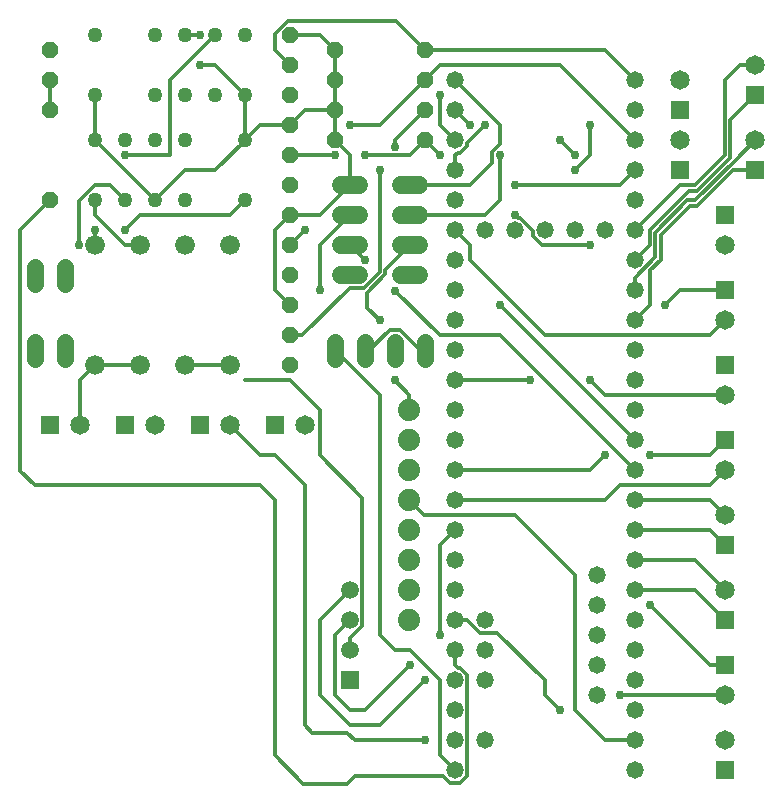
<source format=gbr>
G04 EAGLE Gerber RS-274X export*
G75*
%MOMM*%
%FSLAX34Y34*%
%LPD*%
%INTop Copper*%
%IPPOS*%
%AMOC8*
5,1,8,0,0,1.08239X$1,22.5*%
G01*
%ADD10C,1.422400*%
%ADD11C,1.270000*%
%ADD12C,1.676400*%
%ADD13P,1.429621X8X202.500000*%
%ADD14C,1.473200*%
%ADD15C,1.524000*%
%ADD16C,1.879600*%
%ADD17R,1.650000X1.650000*%
%ADD18C,1.650000*%
%ADD19P,1.429621X8X112.500000*%
%ADD20R,1.508000X1.508000*%
%ADD21C,1.508000*%
%ADD22P,1.429621X8X292.500000*%
%ADD23C,0.304800*%
%ADD24C,0.756400*%
%ADD25C,0.304800*%


D10*
X63500Y348488D02*
X63500Y362712D01*
X88900Y362712D02*
X88900Y348488D01*
X-241300Y411988D02*
X-241300Y426212D01*
X-215900Y426212D02*
X-215900Y411988D01*
D11*
X-190754Y571500D03*
X-139954Y571500D03*
X-114554Y571500D03*
X-89154Y571500D03*
X-63754Y571500D03*
X-63754Y622300D03*
X-89154Y622300D03*
X-114554Y622300D03*
X-139954Y622300D03*
X-190754Y622300D03*
D12*
X-114300Y444500D03*
X-114300Y342900D03*
X-76200Y444500D03*
X-76200Y342900D03*
X-190500Y444500D03*
X-190500Y342900D03*
X-152400Y444500D03*
X-152400Y342900D03*
D10*
X-241300Y348488D02*
X-241300Y362712D01*
X-215900Y362712D02*
X-215900Y348488D01*
D11*
X-62992Y533400D03*
X-113792Y533400D03*
X-139192Y533400D03*
X-164592Y533400D03*
X-189992Y533400D03*
X-189992Y482600D03*
X-164592Y482600D03*
X-139192Y482600D03*
X-113792Y482600D03*
X-62992Y482600D03*
D13*
X88900Y584200D03*
X12700Y584200D03*
X88900Y609600D03*
X12700Y609600D03*
X88900Y533400D03*
X12700Y533400D03*
X88900Y558800D03*
X12700Y558800D03*
D10*
X12700Y362712D02*
X12700Y348488D01*
X38100Y348488D02*
X38100Y362712D01*
D14*
X266700Y50800D03*
X266700Y76200D03*
X266700Y101600D03*
X266700Y127000D03*
X266700Y152400D03*
X266700Y177800D03*
X266700Y203200D03*
X266700Y228600D03*
X266700Y254000D03*
X266700Y279400D03*
X266700Y304800D03*
X266700Y330200D03*
X114300Y330200D03*
X114300Y304800D03*
X114300Y279400D03*
X114300Y254000D03*
X114300Y228600D03*
X114300Y203200D03*
X114300Y177800D03*
X114300Y152400D03*
X114300Y127000D03*
X114300Y101600D03*
X114300Y76200D03*
X266700Y25400D03*
X114300Y50800D03*
X114300Y25400D03*
X266700Y0D03*
X114300Y0D03*
X266700Y355600D03*
X114300Y355600D03*
X266700Y381000D03*
X266700Y406400D03*
X266700Y431800D03*
X266700Y457200D03*
X266700Y482600D03*
X266700Y508000D03*
X266700Y533400D03*
X266700Y558800D03*
X266700Y584200D03*
X114300Y584200D03*
X114300Y558800D03*
X114300Y533400D03*
X114300Y508000D03*
X114300Y482600D03*
X114300Y457200D03*
X114300Y431800D03*
X114300Y406400D03*
X114300Y381000D03*
X241300Y457200D03*
X190500Y457200D03*
X165100Y457200D03*
X215900Y457200D03*
X139700Y457200D03*
X139700Y25400D03*
X139700Y76200D03*
X139700Y101600D03*
X139700Y127000D03*
X234950Y63500D03*
X234950Y88900D03*
X234950Y114300D03*
X234950Y139700D03*
X234950Y165100D03*
D15*
X33020Y495300D02*
X17780Y495300D01*
X17780Y469900D02*
X33020Y469900D01*
X33020Y444500D02*
X17780Y444500D01*
X17780Y419100D02*
X33020Y419100D01*
X68580Y495300D02*
X83820Y495300D01*
X83820Y469900D02*
X68580Y469900D01*
X68580Y444500D02*
X83820Y444500D01*
X83820Y419100D02*
X68580Y419100D01*
D16*
X75819Y304800D03*
X75819Y279400D03*
X75819Y254000D03*
X75819Y228600D03*
X75819Y203200D03*
X75819Y177800D03*
X75819Y152400D03*
X75819Y127000D03*
D17*
X-228600Y292100D03*
D18*
X-203200Y292100D03*
D17*
X-101600Y292100D03*
D18*
X-76200Y292100D03*
D17*
X-38100Y292100D03*
D18*
X-12700Y292100D03*
D17*
X-165100Y292100D03*
D18*
X-139700Y292100D03*
D19*
X-25400Y546100D03*
X-25400Y495300D03*
X-25400Y520700D03*
X-25400Y469900D03*
X-25400Y419100D03*
X-25400Y444500D03*
X-25400Y393700D03*
X-25400Y342900D03*
X-25400Y368300D03*
X-25400Y622300D03*
X-25400Y571500D03*
X-25400Y596900D03*
D20*
X25400Y76200D03*
D21*
X25400Y101600D03*
X25400Y127000D03*
X25400Y152400D03*
D19*
X-228600Y584200D03*
X-228600Y609600D03*
D22*
X-228600Y558800D03*
X-228600Y482600D03*
D17*
X304800Y508000D03*
D18*
X304800Y533400D03*
D17*
X304800Y558800D03*
D18*
X304800Y584200D03*
D17*
X342900Y0D03*
D18*
X342900Y25400D03*
D17*
X342900Y342900D03*
D18*
X342900Y317500D03*
D17*
X342900Y279400D03*
D18*
X342900Y254000D03*
D17*
X342900Y88900D03*
D18*
X342900Y63500D03*
D17*
X342900Y190500D03*
D18*
X342900Y215900D03*
D17*
X342900Y127000D03*
D18*
X342900Y152400D03*
D17*
X368300Y508000D03*
D18*
X368300Y533400D03*
D17*
X368300Y571500D03*
D18*
X368300Y596900D03*
D17*
X342900Y469900D03*
D18*
X342900Y444500D03*
D17*
X342900Y406400D03*
D18*
X342900Y381000D03*
D23*
X55372Y419899D02*
X55372Y423672D01*
X55372Y419899D02*
X39986Y404514D01*
X55372Y423672D02*
X76200Y444500D01*
X39986Y404514D02*
X39986Y391814D01*
X50800Y381000D01*
D24*
X50800Y381000D03*
X63500Y330200D03*
D23*
X75819Y317881D01*
X75819Y304800D01*
D24*
X-89154Y622300D03*
D23*
X-127000Y584454D01*
X-127000Y520700D01*
X-165100Y520700D01*
D24*
X-165100Y520700D03*
D23*
X-190500Y457200D02*
X-190500Y444500D01*
D24*
X-190500Y457200D03*
X-165100Y457200D03*
D23*
X-75692Y469900D02*
X-62992Y482600D01*
X-152400Y469900D02*
X-165100Y457200D01*
X-152400Y469900D02*
X-75692Y469900D01*
X-152400Y444500D02*
X-164592Y444500D01*
X-189992Y469900D01*
X-189992Y482600D01*
D24*
X-204188Y444500D03*
D23*
X-193885Y491998D02*
X-193802Y491998D01*
X-190500Y495300D01*
X-177292Y495300D01*
X-164592Y482600D01*
X-193885Y491998D02*
X-204188Y481695D01*
X-204188Y444500D01*
X-25400Y622300D02*
X0Y622300D01*
X12700Y609600D01*
X12700Y584200D01*
X12700Y558800D01*
X12700Y533400D01*
X-12700Y558800D02*
X-25400Y546100D01*
X-12700Y558800D02*
X12700Y558800D01*
X12700Y533400D02*
X25400Y520700D01*
X25400Y495300D01*
X0Y469900D01*
X-25400Y469900D01*
X-38100Y457200D01*
X-38100Y406400D01*
X-25400Y393700D01*
X25400Y112026D02*
X25400Y101600D01*
X25400Y112026D02*
X35988Y122614D01*
X35988Y230712D01*
X0Y266700D02*
X0Y304800D01*
X-25400Y330200D01*
X-63500Y330200D01*
X0Y266700D02*
X35988Y230712D01*
X-101600Y622300D02*
X-114554Y622300D01*
D24*
X-101600Y622300D03*
X-101600Y596900D03*
D23*
X-89154Y596900D01*
X-63754Y571500D01*
X-76200Y342900D02*
X-114300Y342900D01*
X-139192Y482600D02*
X-113792Y508000D01*
X-88392Y508000D02*
X-63246Y533146D01*
X-62992Y533400D01*
X-88392Y508000D02*
X-113792Y508000D01*
X-139192Y482600D02*
X-189992Y533400D01*
X-189992Y570738D01*
X-190500Y342900D02*
X-152400Y342900D01*
X-63246Y570992D02*
X-63754Y571500D01*
X-63246Y570992D02*
X-63246Y533146D01*
X-62992Y533400D02*
X-50292Y546100D01*
X-25400Y546100D01*
X-203200Y330200D02*
X-203200Y292100D01*
X-203200Y330200D02*
X-190500Y342900D01*
X59292Y372872D02*
X67708Y372872D01*
X42020Y355600D02*
X38100Y355600D01*
X84980Y355600D02*
X88900Y355600D01*
X59292Y372872D02*
X42020Y355600D01*
X67708Y372872D02*
X84980Y355600D01*
X12700Y520700D02*
X-25400Y520700D01*
D24*
X12700Y520700D03*
X38100Y520700D03*
D23*
X76200Y520700D01*
X88900Y533400D01*
X101600Y520700D01*
D24*
X101600Y520700D03*
X165100Y495300D03*
D23*
X254000Y495300D01*
X266700Y508000D01*
X101600Y596900D02*
X88900Y584200D01*
X203200Y596900D02*
X266700Y533400D01*
X203200Y596900D02*
X101600Y596900D01*
X88900Y584200D02*
X50800Y546100D01*
X25400Y546100D01*
D24*
X25400Y546100D03*
X-12700Y457200D03*
D23*
X-25400Y444500D01*
X63500Y533400D02*
X88900Y558800D01*
X63500Y533400D02*
X63500Y527530D01*
D24*
X63500Y527530D03*
X50800Y508000D03*
D23*
X37439Y408432D02*
X25400Y408432D01*
X37439Y408432D02*
X50800Y421793D01*
X50800Y508000D01*
X25400Y408432D02*
X-14732Y368300D01*
X-25400Y368300D01*
X-25400Y596900D02*
X-38100Y609600D01*
X-38100Y623250D02*
X-26958Y634392D01*
X64108Y634392D02*
X88900Y609600D01*
X-38100Y609600D02*
X-38100Y623250D01*
X-26958Y634392D02*
X64108Y634392D01*
X88900Y609600D02*
X241300Y609600D01*
X266700Y584200D01*
X114300Y101600D02*
X114300Y88900D01*
X118614Y86614D02*
X124714Y80514D01*
X124714Y-4314D02*
X118614Y-10414D01*
X109986Y-10414D01*
X116586Y86614D02*
X114300Y88900D01*
X116586Y86614D02*
X118614Y86614D01*
X104110Y-4538D02*
X109986Y-10414D01*
X104110Y-4538D02*
X29938Y-4538D01*
X124714Y-4314D02*
X124714Y80514D01*
X29938Y-4538D02*
X23588Y-10888D01*
X-253492Y457708D02*
X-228600Y482600D01*
X23588Y-10888D02*
X22952Y-11524D01*
X-13876Y-11524D01*
X-38100Y12700D01*
X-38100Y228600D01*
X-50800Y241300D01*
X-241300Y241300D02*
X-253492Y253492D01*
X-241300Y241300D02*
X-50800Y241300D01*
X-253492Y253492D02*
X-253492Y457708D01*
X25400Y444500D02*
X25626Y444500D01*
X38100Y432026D01*
D24*
X38100Y432026D03*
X63500Y406174D03*
D23*
X101374Y368300D01*
X152400Y368300D02*
X266700Y254000D01*
X152400Y368300D02*
X101374Y368300D01*
X0Y444500D02*
X25400Y469900D01*
X0Y444500D02*
X0Y406400D01*
D24*
X0Y406400D03*
X152400Y393700D03*
D23*
X266700Y279400D01*
X127000Y546100D02*
X114300Y558800D01*
D24*
X127000Y546100D03*
X152400Y520700D03*
D23*
X152400Y482600D01*
X139700Y469900D01*
X76200Y469900D01*
X76200Y495300D02*
X127000Y495300D01*
X145570Y513870D01*
X152400Y530359D02*
X152400Y546100D01*
X145570Y523529D02*
X145570Y513870D01*
X145570Y523529D02*
X152400Y530359D01*
X152400Y546100D02*
X114300Y584200D01*
X75819Y228600D02*
X88519Y215900D01*
X165100Y215900D02*
X215900Y165100D01*
X215900Y50800D01*
X241300Y25400D01*
X266700Y25400D01*
X165100Y215900D02*
X88519Y215900D01*
X38100Y330200D02*
X12700Y355600D01*
X38100Y330200D02*
X50800Y317500D01*
X50800Y114300D01*
X63500Y101600D01*
X76200Y101600D01*
X101600Y76200D02*
X101600Y12700D01*
X114300Y0D01*
X101600Y76200D02*
X76200Y101600D01*
D25*
X38100Y330200D03*
D24*
X228600Y546100D03*
D23*
X228600Y520700D01*
X215900Y508000D01*
D24*
X215900Y508000D03*
D23*
X25400Y127000D02*
X12700Y114300D01*
X12700Y63500D01*
X25400Y50800D01*
X38100Y50800D01*
X76200Y88900D01*
D24*
X76200Y88900D03*
D23*
X25400Y152400D02*
X0Y127000D01*
X0Y63500D01*
X25400Y38100D01*
X50800Y38100D02*
X88900Y76200D01*
D24*
X88900Y76200D03*
X101600Y114300D03*
D23*
X101600Y190500D01*
X114300Y203200D01*
X50800Y38100D02*
X25400Y38100D01*
X-50800Y266700D02*
X-76200Y292100D01*
X-50800Y266700D02*
X-38100Y266700D01*
X-12700Y241300D01*
X-12700Y38100D01*
D24*
X88900Y25400D03*
D23*
X29396Y25400D02*
X22952Y31844D01*
X29396Y25400D02*
X88900Y25400D01*
X-6444Y31844D02*
X-12700Y38100D01*
X-6444Y31844D02*
X22952Y31844D01*
X-228600Y558800D02*
X-228600Y584200D01*
X114300Y330200D02*
X177800Y330200D01*
D24*
X177800Y330200D03*
X228600Y330200D03*
D23*
X241300Y317500D01*
X342900Y317500D01*
X241300Y228600D02*
X114300Y228600D01*
X241300Y228600D02*
X254000Y241300D01*
X330200Y241300D01*
X342900Y254000D01*
X228600Y254000D02*
X114300Y254000D01*
X228600Y254000D02*
X241300Y266700D01*
D24*
X241300Y266700D03*
X279400Y266700D03*
D23*
X330200Y266700D01*
X342900Y279400D01*
X124972Y127000D02*
X114300Y127000D01*
X150114Y116586D02*
X190500Y76200D01*
X135386Y116586D02*
X124972Y127000D01*
X135386Y116586D02*
X150114Y116586D01*
X190500Y76200D02*
X190500Y63500D01*
X203200Y50800D01*
D24*
X203200Y50800D03*
X254000Y63500D03*
D23*
X342900Y63500D01*
D24*
X279400Y139700D03*
D23*
X330200Y88900D01*
X342900Y88900D01*
X330200Y228600D02*
X266700Y228600D01*
X330200Y228600D02*
X342900Y215900D01*
X330200Y203200D02*
X266700Y203200D01*
X330200Y203200D02*
X342900Y190500D01*
X317500Y177800D02*
X266700Y177800D01*
X317500Y177800D02*
X342900Y152400D01*
X317500Y152400D02*
X266700Y152400D01*
X317500Y152400D02*
X342900Y127000D01*
X266700Y381000D02*
X279400Y393700D01*
X279400Y423307D02*
X288544Y432451D01*
X288544Y453412D01*
X313160Y478028D02*
X319625Y478028D01*
X349597Y508000D02*
X368300Y508000D01*
X349597Y508000D02*
X319625Y478028D01*
X279400Y423307D02*
X279400Y393700D01*
X288544Y453412D02*
X313160Y478028D01*
X352044Y516912D02*
X352044Y517144D01*
X352044Y516912D02*
X317732Y482600D01*
X311266Y482600D01*
X266700Y417072D02*
X266700Y406400D01*
X283972Y434344D02*
X283972Y455306D01*
X283972Y434344D02*
X266700Y417072D01*
X352044Y517144D02*
X368300Y533400D01*
X311266Y482600D02*
X283972Y455306D01*
X279400Y444500D02*
X266700Y431800D01*
X279400Y444500D02*
X279400Y457200D01*
X312928Y490728D02*
X319394Y490728D01*
X347472Y518806D01*
X347472Y550672D02*
X368300Y571500D01*
X312928Y490728D02*
X279400Y457200D01*
X347472Y518806D02*
X347472Y550672D01*
X304800Y495300D02*
X266700Y457200D01*
X304800Y495300D02*
X317500Y495300D01*
X342900Y520700D01*
X342900Y584200D01*
X355600Y596900D01*
X368300Y596900D01*
X114300Y533400D02*
X101600Y546100D01*
X101600Y571500D01*
D24*
X101600Y571500D03*
D23*
X114300Y520700D02*
X114300Y508000D01*
D24*
X139700Y546100D03*
D23*
X116586Y522986D02*
X114300Y520700D01*
X116586Y522986D02*
X118614Y522986D01*
X124714Y529086D01*
X124714Y531114D01*
X139700Y546100D01*
D24*
X203200Y533400D03*
D23*
X215900Y520700D01*
D24*
X215900Y520700D03*
X165100Y469900D03*
X228600Y444500D03*
D23*
X167386Y467614D02*
X165100Y469900D01*
X167386Y467614D02*
X169414Y467614D01*
X180086Y456942D01*
X180086Y452886D01*
X188472Y444500D01*
X228600Y444500D01*
D24*
X292100Y393700D03*
D23*
X304800Y406400D01*
X342900Y406400D01*
X127000Y444500D02*
X114300Y457200D01*
X127000Y444500D02*
X127000Y431800D01*
X190500Y368300D01*
X330200Y368300D02*
X342900Y381000D01*
X330200Y368300D02*
X190500Y368300D01*
M02*

</source>
